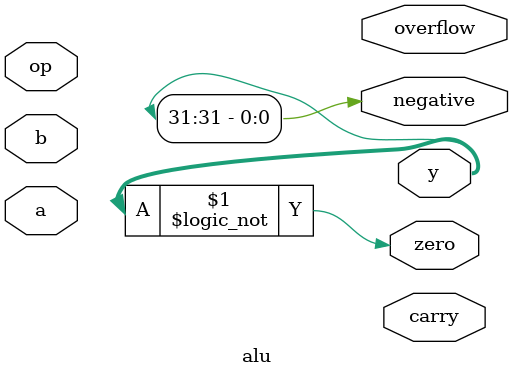
<source format=v>
`timescale 1ns/1ps

module alu #(
    parameter WIDTH = 32
)(
    input wire [WIDTH-1:0] a,
    input wire [WIDTH-1:0] b,
    input wire [3:0] op, 
    output reg [WIDTH-1:0] y, 
    output reg              carry,
    output reg             overflow,
    output wire              zero,
    output wire              negative
);

    //TODO next: implement ops inside an always @* with a case(op)

    assign zero = (y == {WIDTH{1'b0}}); //this is the replicator operator in verilog. it just means that there are 0's of width length. or 0 is copied for width times.
    assign negative = y[WIDTH-1];

endmodule
</source>
